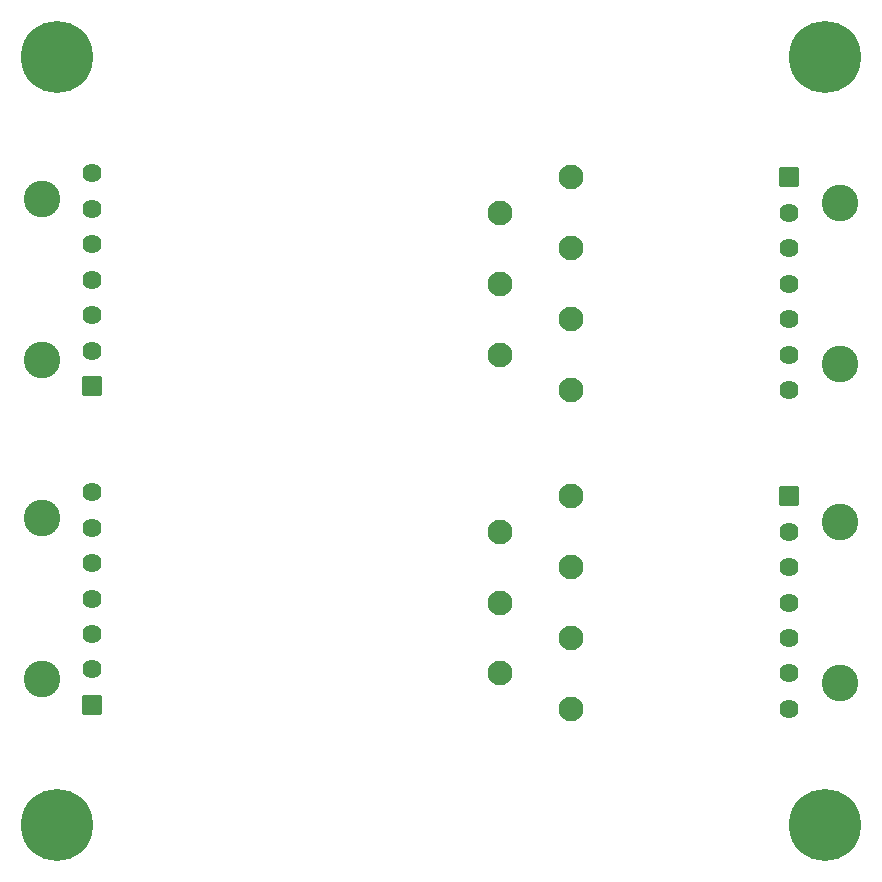
<source format=gbr>
%TF.GenerationSoftware,KiCad,Pcbnew,(6.0.7)*%
%TF.CreationDate,2022-11-12T16:45:26-06:00*%
%TF.ProjectId,BPS_Scrutineering,4250535f-5363-4727-9574-696e65657269,rev?*%
%TF.SameCoordinates,Original*%
%TF.FileFunction,Soldermask,Bot*%
%TF.FilePolarity,Negative*%
%FSLAX46Y46*%
G04 Gerber Fmt 4.6, Leading zero omitted, Abs format (unit mm)*
G04 Created by KiCad (PCBNEW (6.0.7)) date 2022-11-12 16:45:26*
%MOMM*%
%LPD*%
G01*
G04 APERTURE LIST*
G04 Aperture macros list*
%AMRoundRect*
0 Rectangle with rounded corners*
0 $1 Rounding radius*
0 $2 $3 $4 $5 $6 $7 $8 $9 X,Y pos of 4 corners*
0 Add a 4 corners polygon primitive as box body*
4,1,4,$2,$3,$4,$5,$6,$7,$8,$9,$2,$3,0*
0 Add four circle primitives for the rounded corners*
1,1,$1+$1,$2,$3*
1,1,$1+$1,$4,$5*
1,1,$1+$1,$6,$7*
1,1,$1+$1,$8,$9*
0 Add four rect primitives between the rounded corners*
20,1,$1+$1,$2,$3,$4,$5,0*
20,1,$1+$1,$4,$5,$6,$7,0*
20,1,$1+$1,$6,$7,$8,$9,0*
20,1,$1+$1,$8,$9,$2,$3,0*%
G04 Aperture macros list end*
%ADD10C,3.100000*%
%ADD11C,1.620000*%
%ADD12RoundRect,0.050000X-0.760000X0.760000X-0.760000X-0.760000X0.760000X-0.760000X0.760000X0.760000X0*%
%ADD13RoundRect,0.050000X0.760000X-0.760000X0.760000X0.760000X-0.760000X0.760000X-0.760000X-0.760000X0*%
%ADD14C,2.100000*%
%ADD15C,6.100000*%
G04 APERTURE END LIST*
D10*
%TO.C,JC1*%
X82740600Y-86387250D03*
X82740600Y-100067250D03*
D11*
X87040600Y-84227250D03*
X87040600Y-87227250D03*
X87040600Y-90227250D03*
X87040600Y-93227250D03*
X87040600Y-96227250D03*
X87040600Y-99227250D03*
D12*
X87040600Y-102227250D03*
%TD*%
D10*
%TO.C,JC2*%
X150340600Y-86730750D03*
X150340600Y-100410750D03*
D11*
X146040600Y-102570750D03*
X146040600Y-99570750D03*
X146040600Y-96570750D03*
X146040600Y-93570750D03*
X146040600Y-90570750D03*
X146040600Y-87570750D03*
D13*
X146040600Y-84570750D03*
%TD*%
D10*
%TO.C,JC4*%
X150340600Y-113730750D03*
X150340600Y-127410750D03*
D11*
X146040600Y-129570750D03*
X146040600Y-126570750D03*
X146040600Y-123570750D03*
X146040600Y-120570750D03*
X146040600Y-117570750D03*
X146040600Y-114570750D03*
D13*
X146040600Y-111570750D03*
%TD*%
D14*
%TO.C,TP8*%
X127563200Y-111570750D03*
%TD*%
%TO.C,TP14*%
X127563200Y-129570750D03*
%TD*%
D10*
%TO.C,JC3*%
X82740600Y-113387250D03*
X82740600Y-127067250D03*
D11*
X87040600Y-111227250D03*
X87040600Y-114227250D03*
X87040600Y-117227250D03*
X87040600Y-120227250D03*
X87040600Y-123227250D03*
X87040600Y-126227250D03*
D12*
X87040600Y-129227250D03*
%TD*%
D14*
%TO.C,TP9*%
X121563200Y-114570750D03*
%TD*%
%TO.C,TP13*%
X121563200Y-126570750D03*
%TD*%
D15*
%TO.C,H2*%
X149040600Y-139399000D03*
%TD*%
D14*
%TO.C,TP6*%
X121563200Y-99570750D03*
%TD*%
D15*
%TO.C,H3*%
X149040600Y-74399000D03*
%TD*%
D14*
%TO.C,TP12*%
X127563200Y-123570750D03*
%TD*%
%TO.C,TP7*%
X127563200Y-102570750D03*
%TD*%
%TO.C,TP3*%
X127563200Y-90570750D03*
%TD*%
%TO.C,TP11*%
X121563200Y-120570750D03*
%TD*%
D15*
%TO.C,H4*%
X84040600Y-74399000D03*
%TD*%
%TO.C,H1*%
X84040600Y-139399000D03*
%TD*%
D14*
%TO.C,TP2*%
X121563200Y-87570750D03*
%TD*%
%TO.C,TP4*%
X121563200Y-93570750D03*
%TD*%
%TO.C,TP10*%
X127563200Y-117570750D03*
%TD*%
%TO.C,TP5*%
X127563200Y-96570750D03*
%TD*%
%TO.C,TP1*%
X127563200Y-84570750D03*
%TD*%
M02*

</source>
